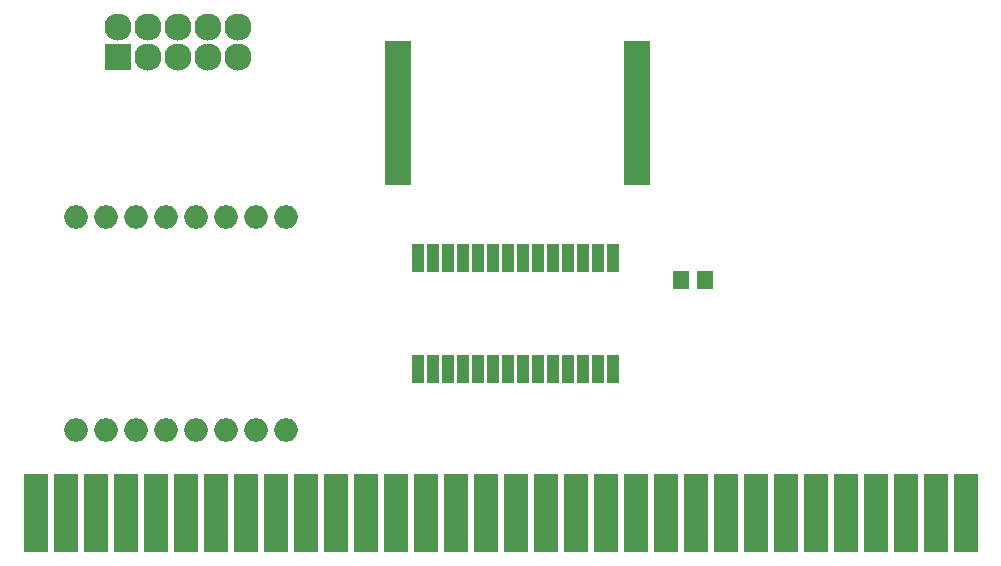
<source format=gbs>
G04 #@! TF.FileFunction,Soldermask,Bot*
%FSLAX46Y46*%
G04 Gerber Fmt 4.6, Leading zero omitted, Abs format (unit mm)*
G04 Created by KiCad (PCBNEW (after 2015-may-25 BZR unknown)-product) date 17/09/2017 09:43:34*
%MOMM*%
G01*
G04 APERTURE LIST*
%ADD10C,0.100000*%
%ADD11R,1.400000X1.650000*%
%ADD12R,1.000000X2.400000*%
%ADD13O,2.000000X2.000000*%
%ADD14R,2.200860X0.699720*%
%ADD15R,2.200860X0.600660*%
%ADD16R,2.000200X6.699200*%
%ADD17R,2.300000X2.300000*%
%ADD18C,2.300000*%
G04 APERTURE END LIST*
D10*
D11*
X223100000Y-144230000D03*
X225100000Y-144230000D03*
D12*
X217305000Y-151830000D03*
X216035000Y-151830000D03*
X214765000Y-151830000D03*
X213495000Y-151830000D03*
X212225000Y-151830000D03*
X210955000Y-151830000D03*
X209685000Y-151830000D03*
X208415000Y-151830000D03*
X207145000Y-151830000D03*
X205875000Y-151830000D03*
X204605000Y-151830000D03*
X203335000Y-151830000D03*
X202065000Y-151830000D03*
X200795000Y-151830000D03*
X200795000Y-142430000D03*
X202065000Y-142430000D03*
X203335000Y-142430000D03*
X204605000Y-142430000D03*
X205875000Y-142430000D03*
X207145000Y-142430000D03*
X208415000Y-142430000D03*
X209685000Y-142430000D03*
X210955000Y-142430000D03*
X212225000Y-142430000D03*
X213495000Y-142430000D03*
X214765000Y-142430000D03*
X216035000Y-142430000D03*
X217305000Y-142430000D03*
D13*
X189678600Y-156950600D03*
X187138600Y-156950600D03*
X184598600Y-156950600D03*
X182058600Y-156950600D03*
X179518600Y-156950600D03*
X176978600Y-156950600D03*
X174438600Y-156950600D03*
X171898600Y-156950600D03*
X171898600Y-138950600D03*
X174438600Y-138950600D03*
X176978600Y-138950600D03*
X179518600Y-138950600D03*
X182058600Y-138950600D03*
X184598600Y-138950600D03*
X187138600Y-138950600D03*
X189678600Y-138950600D03*
D14*
X219341700Y-124390380D03*
X219336620Y-124890760D03*
X219336620Y-125391140D03*
X219336620Y-125888980D03*
D15*
X219336620Y-126389360D03*
D14*
X219336620Y-126889740D03*
X219336620Y-127390120D03*
X219336620Y-127890500D03*
X219336620Y-128390880D03*
X219336620Y-128891260D03*
X219336620Y-129389100D03*
X219336620Y-129889480D03*
X219336620Y-130389860D03*
X219336620Y-130890240D03*
X219336620Y-131390620D03*
X219336620Y-131891000D03*
X219336620Y-132388840D03*
X219336620Y-132889220D03*
X219336620Y-133389600D03*
X219336620Y-133889980D03*
X219336620Y-134390360D03*
X219336620Y-134890740D03*
X219336620Y-135391120D03*
X219336620Y-135888960D03*
X199138540Y-135888960D03*
X199138540Y-135391120D03*
X199138540Y-134890740D03*
X199138540Y-134390360D03*
X199138540Y-133889980D03*
X199138540Y-133389600D03*
X199138540Y-132889220D03*
X199138540Y-132388840D03*
X199138540Y-131891000D03*
X199138540Y-131390620D03*
X199138540Y-130890240D03*
X199138540Y-130389860D03*
X199138540Y-129889480D03*
X199138540Y-129389100D03*
X199138540Y-128891260D03*
X199138540Y-128390880D03*
X199138540Y-127890500D03*
X199138540Y-127390120D03*
X199138540Y-126889740D03*
X199138540Y-126389360D03*
X199138540Y-125888980D03*
X199138540Y-125391140D03*
X199138540Y-124890760D03*
X199138540Y-124390380D03*
D16*
X168443180Y-163981420D03*
X170983180Y-163981420D03*
X173523180Y-163981420D03*
X176063180Y-163981420D03*
X178603180Y-163981420D03*
X181143180Y-163981420D03*
X183683180Y-163981420D03*
X186223180Y-163981420D03*
X188763180Y-163981420D03*
X191303180Y-163981420D03*
X193843180Y-163981420D03*
X196383180Y-163981420D03*
X198923180Y-163981420D03*
X201463180Y-163981420D03*
X204003180Y-163981420D03*
X206543180Y-163981420D03*
X209083180Y-163981420D03*
X211623180Y-163981420D03*
X214163180Y-163981420D03*
X216703180Y-163981420D03*
X219243180Y-163981420D03*
X221783180Y-163981420D03*
X224323180Y-163981420D03*
X226863180Y-163981420D03*
X229403180Y-163981420D03*
X231943180Y-163981420D03*
X234483180Y-163981420D03*
X237023180Y-163981420D03*
X239563180Y-163981420D03*
X242103180Y-163981420D03*
X244643180Y-163981420D03*
X247183180Y-163981420D03*
D17*
X175420000Y-125370000D03*
D18*
X175420000Y-122830000D03*
X177960000Y-125370000D03*
X177960000Y-122830000D03*
X180500000Y-125370000D03*
X180500000Y-122830000D03*
X183040000Y-125370000D03*
X183040000Y-122830000D03*
X185580000Y-125370000D03*
X185580000Y-122830000D03*
M02*

</source>
